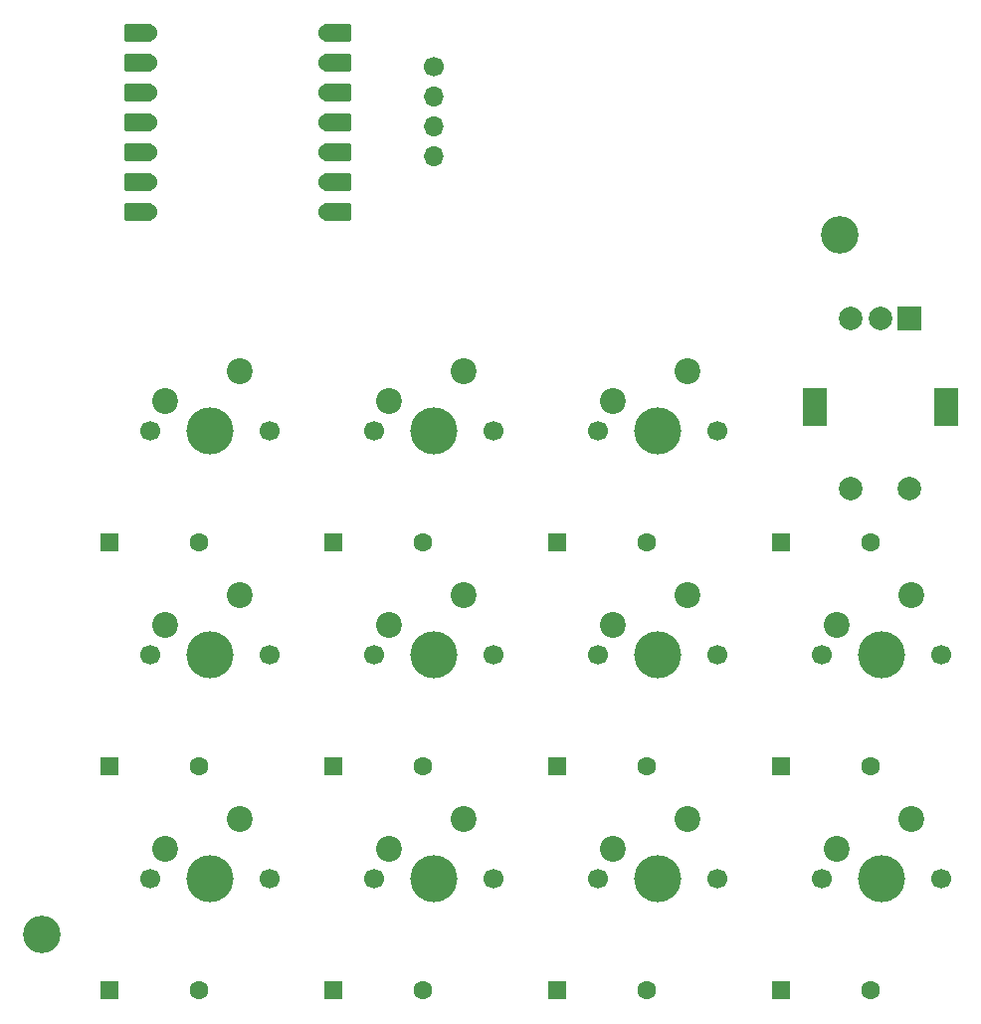
<source format=gbr>
%TF.GenerationSoftware,KiCad,Pcbnew,9.0.6*%
%TF.CreationDate,2025-12-24T16:22:33+00:00*%
%TF.ProjectId,Macro Pad,4d616372-6f20-4506-9164-2e6b69636164,rev?*%
%TF.SameCoordinates,Original*%
%TF.FileFunction,Soldermask,Top*%
%TF.FilePolarity,Negative*%
%FSLAX46Y46*%
G04 Gerber Fmt 4.6, Leading zero omitted, Abs format (unit mm)*
G04 Created by KiCad (PCBNEW 9.0.6) date 2025-12-24 16:22:33*
%MOMM*%
%LPD*%
G01*
G04 APERTURE LIST*
G04 Aperture macros list*
%AMRoundRect*
0 Rectangle with rounded corners*
0 $1 Rounding radius*
0 $2 $3 $4 $5 $6 $7 $8 $9 X,Y pos of 4 corners*
0 Add a 4 corners polygon primitive as box body*
4,1,4,$2,$3,$4,$5,$6,$7,$8,$9,$2,$3,0*
0 Add four circle primitives for the rounded corners*
1,1,$1+$1,$2,$3*
1,1,$1+$1,$4,$5*
1,1,$1+$1,$6,$7*
1,1,$1+$1,$8,$9*
0 Add four rect primitives between the rounded corners*
20,1,$1+$1,$2,$3,$4,$5,0*
20,1,$1+$1,$4,$5,$6,$7,0*
20,1,$1+$1,$6,$7,$8,$9,0*
20,1,$1+$1,$8,$9,$2,$3,0*%
G04 Aperture macros list end*
%ADD10C,1.600000*%
%ADD11RoundRect,0.250000X-0.550000X-0.550000X0.550000X-0.550000X0.550000X0.550000X-0.550000X0.550000X0*%
%ADD12C,3.200000*%
%ADD13C,1.700000*%
%ADD14C,4.000000*%
%ADD15C,2.200000*%
%ADD16O,1.700000X1.700000*%
%ADD17R,2.000000X3.200000*%
%ADD18R,2.000000X2.000000*%
%ADD19C,2.000000*%
%ADD20RoundRect,0.152400X1.063600X0.609600X-1.063600X0.609600X-1.063600X-0.609600X1.063600X-0.609600X0*%
%ADD21C,1.524000*%
%ADD22RoundRect,0.152400X-1.063600X-0.609600X1.063600X-0.609600X1.063600X0.609600X-1.063600X0.609600X0*%
G04 APERTURE END LIST*
D10*
%TO.C,D10*%
X108585000Y-73818750D03*
D11*
X100965000Y-73818750D03*
%TD*%
D12*
%TO.C,REF\u002A\u002A*%
X105999807Y-47625000D03*
%TD*%
%TO.C,REF\u002A\u002A*%
X38100000Y-107156250D03*
%TD*%
D13*
%TO.C,SW8*%
X85407500Y-83343750D03*
D14*
X90487500Y-83343750D03*
D13*
X95567500Y-83343750D03*
D15*
X93027500Y-78263750D03*
X86677500Y-80803750D03*
%TD*%
D11*
%TO.C,D11*%
X100965000Y-92868750D03*
D10*
X108585000Y-92868750D03*
%TD*%
D13*
%TO.C,SW9*%
X85407500Y-102393750D03*
D14*
X90487500Y-102393750D03*
D13*
X95567500Y-102393750D03*
D15*
X93027500Y-97313750D03*
X86677500Y-99853750D03*
%TD*%
D11*
%TO.C,D8*%
X81915000Y-92868750D03*
D10*
X89535000Y-92868750D03*
%TD*%
D13*
%TO.C,J1*%
X71437500Y-33337500D03*
D16*
X71437500Y-35877500D03*
X71437500Y-38417500D03*
X71437500Y-40957500D03*
%TD*%
D11*
%TO.C,D1*%
X43815000Y-73818750D03*
D10*
X51435000Y-73818750D03*
%TD*%
D13*
%TO.C,SW5*%
X66357500Y-83343750D03*
D14*
X71437500Y-83343750D03*
D13*
X76517500Y-83343750D03*
D15*
X73977500Y-78263750D03*
X67627500Y-80803750D03*
%TD*%
D11*
%TO.C,D4*%
X62865000Y-73818750D03*
D10*
X70485000Y-73818750D03*
%TD*%
D11*
%TO.C,D12*%
X100965000Y-111918750D03*
D10*
X108585000Y-111918750D03*
%TD*%
D13*
%TO.C,SW3*%
X47307500Y-102393750D03*
D14*
X52387500Y-102393750D03*
D13*
X57467500Y-102393750D03*
D15*
X54927500Y-97313750D03*
X48577500Y-99853750D03*
%TD*%
D13*
%TO.C,SW1*%
X47307500Y-64293750D03*
D14*
X52387500Y-64293750D03*
D13*
X57467500Y-64293750D03*
D15*
X54927500Y-59213750D03*
X48577500Y-61753750D03*
%TD*%
D11*
%TO.C,D3*%
X43815000Y-111918750D03*
D10*
X51435000Y-111918750D03*
%TD*%
D11*
%TO.C,D5*%
X62865000Y-92868750D03*
D10*
X70485000Y-92868750D03*
%TD*%
D17*
%TO.C,SW13*%
X115018750Y-62268750D03*
X103818750Y-62268750D03*
D18*
X111918750Y-54768750D03*
D19*
X106918750Y-54768750D03*
X109418750Y-54768750D03*
X106918750Y-69268750D03*
X111918750Y-69268750D03*
%TD*%
D11*
%TO.C,D7*%
X81915000Y-73818750D03*
D10*
X89535000Y-73818750D03*
%TD*%
D20*
%TO.C,U1*%
X46313750Y-30480000D03*
D21*
X47148750Y-30480000D03*
D20*
X46313750Y-33020000D03*
D21*
X47148750Y-33020000D03*
D20*
X46313750Y-35560000D03*
D21*
X47148750Y-35560000D03*
D20*
X46313750Y-38100000D03*
D21*
X47148750Y-38100000D03*
D20*
X46313750Y-40640000D03*
D21*
X47148750Y-40640000D03*
D20*
X46313750Y-43180000D03*
D21*
X47148750Y-43180000D03*
D20*
X46313750Y-45720000D03*
D21*
X47148750Y-45720000D03*
X62388750Y-45720000D03*
D22*
X63223750Y-45720000D03*
D21*
X62388750Y-43180000D03*
D22*
X63223750Y-43180000D03*
D21*
X62388750Y-40640000D03*
D22*
X63223750Y-40640000D03*
D21*
X62388750Y-38100000D03*
D22*
X63223750Y-38100000D03*
D21*
X62388750Y-35560000D03*
D22*
X63223750Y-35560000D03*
D21*
X62388750Y-33020000D03*
D22*
X63223750Y-33020000D03*
D21*
X62388750Y-30480000D03*
D22*
X63223750Y-30480000D03*
%TD*%
D11*
%TO.C,D2*%
X43815000Y-92868750D03*
D10*
X51435000Y-92868750D03*
%TD*%
D13*
%TO.C,SW7*%
X85407500Y-64293750D03*
D14*
X90487500Y-64293750D03*
D13*
X95567500Y-64293750D03*
D15*
X93027500Y-59213750D03*
X86677500Y-61753750D03*
%TD*%
D11*
%TO.C,D6*%
X62865000Y-111918750D03*
D10*
X70485000Y-111918750D03*
%TD*%
D13*
%TO.C,SW4*%
X66357500Y-64293750D03*
D14*
X71437500Y-64293750D03*
D13*
X76517500Y-64293750D03*
D15*
X73977500Y-59213750D03*
X67627500Y-61753750D03*
%TD*%
D13*
%TO.C,SW2*%
X47307500Y-83343750D03*
D14*
X52387500Y-83343750D03*
D13*
X57467500Y-83343750D03*
D15*
X54927500Y-78263750D03*
X48577500Y-80803750D03*
%TD*%
D11*
%TO.C,D9*%
X81915000Y-111918750D03*
D10*
X89535000Y-111918750D03*
%TD*%
D13*
%TO.C,SW11*%
X104457500Y-102393750D03*
D14*
X109537500Y-102393750D03*
D13*
X114617500Y-102393750D03*
D15*
X112077500Y-97313750D03*
X105727500Y-99853750D03*
%TD*%
D13*
%TO.C,SW6*%
X66357500Y-102393750D03*
D14*
X71437500Y-102393750D03*
D13*
X76517500Y-102393750D03*
D15*
X73977500Y-97313750D03*
X67627500Y-99853750D03*
%TD*%
D13*
%TO.C,SW10*%
X104457500Y-83343750D03*
D14*
X109537500Y-83343750D03*
D13*
X114617500Y-83343750D03*
D15*
X112077500Y-78263750D03*
X105727500Y-80803750D03*
%TD*%
M02*

</source>
